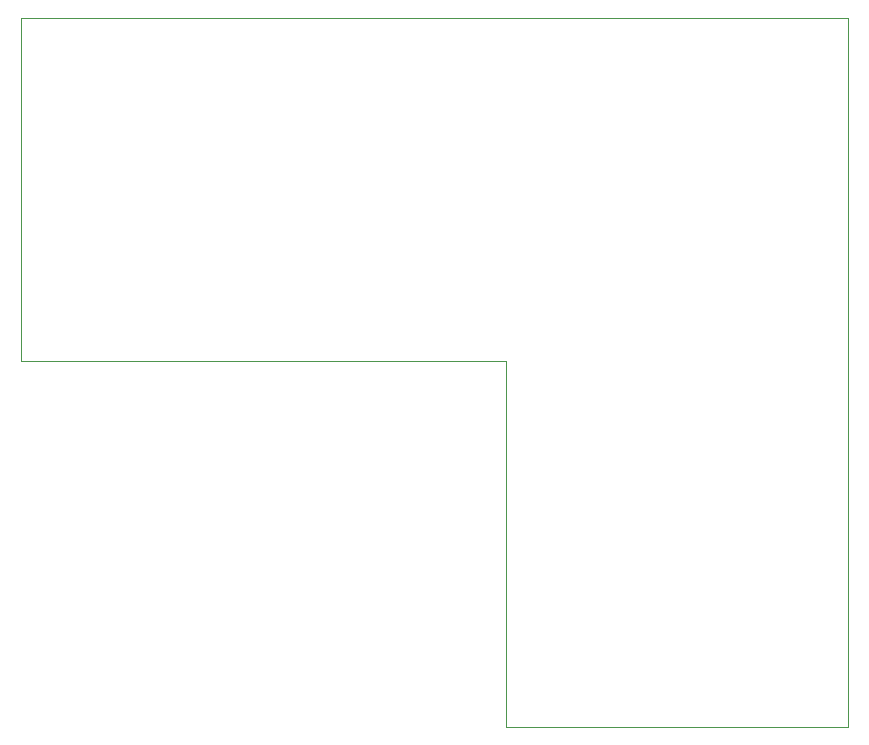
<source format=gbr>
%TF.GenerationSoftware,KiCad,Pcbnew,7.0.10*%
%TF.CreationDate,2024-02-05T19:27:08+01:00*%
%TF.ProjectId,vesc6,76657363-362e-46b6-9963-61645f706362,rev?*%
%TF.SameCoordinates,Original*%
%TF.FileFunction,Profile,NP*%
%FSLAX46Y46*%
G04 Gerber Fmt 4.6, Leading zero omitted, Abs format (unit mm)*
G04 Created by KiCad (PCBNEW 7.0.10) date 2024-02-05 19:27:08*
%MOMM*%
%LPD*%
G01*
G04 APERTURE LIST*
%TA.AperFunction,Profile*%
%ADD10C,0.100000*%
%TD*%
G04 APERTURE END LIST*
D10*
X151000000Y-26000000D02*
X221000000Y-26000000D01*
X192000000Y-86000000D02*
X221000000Y-86000000D01*
X151000000Y-55000000D02*
X192000000Y-55000000D01*
X221000000Y-86000000D02*
X221000000Y-26000000D01*
X192000000Y-55000000D02*
X192000000Y-86000000D01*
X151000000Y-55000000D02*
X151000000Y-26000000D01*
M02*

</source>
